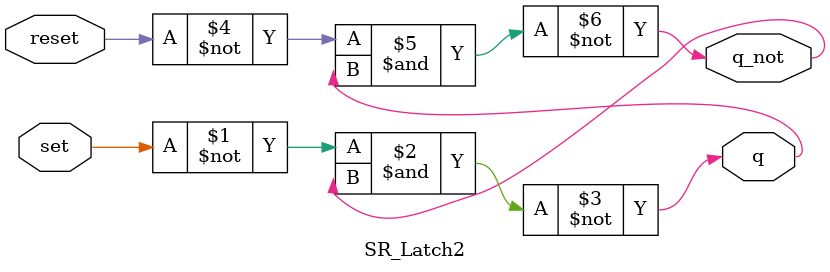
<source format=sv>
module SR_Latch(input logic set, input logic reset, output logic q, output logic q_not);

    assign q = ~(reset | q_not);
    assign q_not = ~(set | q);

endmodule

module SR_Latch2(input logic set, input logic reset, output logic q, output logic q_not);

    assign q = ~(~set & q_not);
    assign q_not = ~(~reset & q);

endmodule
</source>
